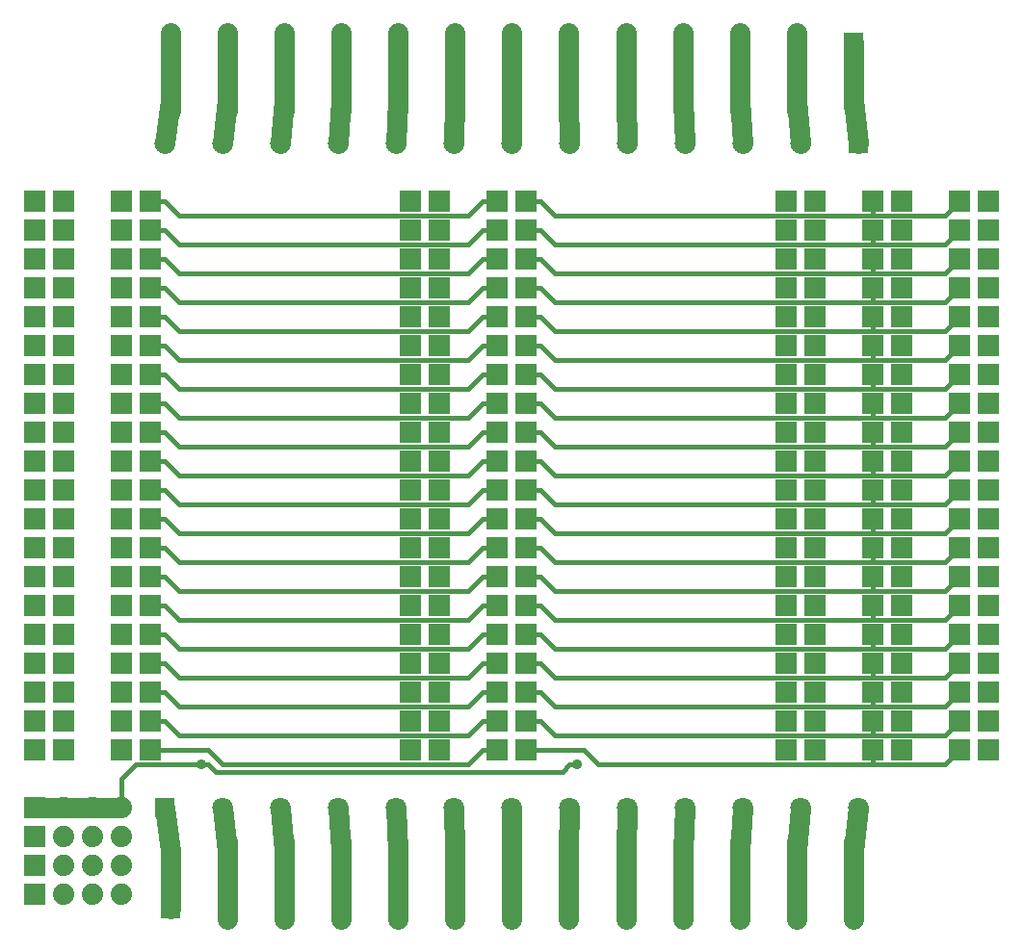
<source format=gbl>
G75*
%MOIN*%
%OFA0B0*%
%FSLAX25Y25*%
%IPPOS*%
%LPD*%
%AMOC8*
5,1,8,0,0,1.08239X$1,22.5*
%
%ADD10R,0.07400X0.07400*%
%ADD11C,0.07087*%
%ADD12R,0.07087X0.07087*%
%ADD13C,0.07087*%
%ADD14C,0.07400*%
%ADD15C,0.01600*%
%ADD16C,0.07000*%
%ADD17C,0.03543*%
D10*
X0018750Y0053650D03*
X0018750Y0063650D03*
X0018750Y0073650D03*
X0018750Y0083650D03*
X0018750Y0103650D03*
X0028750Y0103650D03*
X0028750Y0113650D03*
X0018750Y0113650D03*
X0018750Y0123650D03*
X0028750Y0123650D03*
X0028750Y0133650D03*
X0018750Y0133650D03*
X0018750Y0143650D03*
X0028750Y0143650D03*
X0028750Y0153650D03*
X0018750Y0153650D03*
X0018750Y0163650D03*
X0028750Y0163650D03*
X0028750Y0173650D03*
X0018750Y0173650D03*
X0018750Y0183650D03*
X0028750Y0183650D03*
X0028750Y0193650D03*
X0018750Y0193650D03*
X0018750Y0203650D03*
X0028750Y0203650D03*
X0028750Y0213650D03*
X0018750Y0213650D03*
X0018750Y0223650D03*
X0028750Y0223650D03*
X0028750Y0233650D03*
X0018750Y0233650D03*
X0018750Y0243650D03*
X0028750Y0243650D03*
X0028750Y0253650D03*
X0018750Y0253650D03*
X0018750Y0263650D03*
X0028750Y0263650D03*
X0028750Y0273650D03*
X0018750Y0273650D03*
X0018750Y0283650D03*
X0028750Y0283650D03*
X0028750Y0293650D03*
X0018750Y0293650D03*
X0048750Y0293650D03*
X0048750Y0283650D03*
X0058750Y0283650D03*
X0058750Y0293650D03*
X0058750Y0273650D03*
X0058750Y0263650D03*
X0058750Y0253650D03*
X0058750Y0243650D03*
X0058750Y0233650D03*
X0058750Y0223650D03*
X0058750Y0213650D03*
X0058750Y0203650D03*
X0058750Y0193650D03*
X0058750Y0183650D03*
X0058750Y0173650D03*
X0058750Y0163650D03*
X0058750Y0153650D03*
X0058750Y0143650D03*
X0058750Y0133650D03*
X0058750Y0123650D03*
X0058750Y0113650D03*
X0058750Y0103650D03*
X0048750Y0103650D03*
X0048750Y0113650D03*
X0048750Y0123650D03*
X0048750Y0133650D03*
X0048750Y0143650D03*
X0048750Y0153650D03*
X0048750Y0163650D03*
X0048750Y0173650D03*
X0048750Y0183650D03*
X0048750Y0193650D03*
X0048750Y0203650D03*
X0048750Y0213650D03*
X0048750Y0223650D03*
X0048750Y0233650D03*
X0048750Y0243650D03*
X0048750Y0253650D03*
X0048750Y0263650D03*
X0048750Y0273650D03*
X0148750Y0273650D03*
X0148750Y0263650D03*
X0158750Y0263650D03*
X0158750Y0273650D03*
X0158750Y0283650D03*
X0158750Y0293650D03*
X0148750Y0293650D03*
X0148750Y0283650D03*
X0178750Y0283650D03*
X0178750Y0293650D03*
X0188750Y0293650D03*
X0188750Y0283650D03*
X0188750Y0273650D03*
X0188750Y0263650D03*
X0188750Y0253650D03*
X0188750Y0243650D03*
X0188750Y0233650D03*
X0188750Y0223650D03*
X0188750Y0213650D03*
X0188750Y0203650D03*
X0188750Y0193650D03*
X0188750Y0183650D03*
X0188750Y0173650D03*
X0188750Y0163650D03*
X0188750Y0153650D03*
X0188750Y0143650D03*
X0188750Y0133650D03*
X0188750Y0123650D03*
X0188750Y0113650D03*
X0188750Y0103650D03*
X0178750Y0103650D03*
X0178750Y0113650D03*
X0178750Y0123650D03*
X0178750Y0133650D03*
X0178750Y0143650D03*
X0178750Y0153650D03*
X0178750Y0163650D03*
X0178750Y0173650D03*
X0178750Y0183650D03*
X0178750Y0193650D03*
X0178750Y0203650D03*
X0178750Y0213650D03*
X0178750Y0223650D03*
X0178750Y0233650D03*
X0178750Y0243650D03*
X0178750Y0253650D03*
X0178750Y0263650D03*
X0178750Y0273650D03*
X0158750Y0253650D03*
X0158750Y0243650D03*
X0158750Y0233650D03*
X0158750Y0223650D03*
X0158750Y0213650D03*
X0158750Y0203650D03*
X0158750Y0193650D03*
X0158750Y0183650D03*
X0158750Y0173650D03*
X0158750Y0163650D03*
X0158750Y0153650D03*
X0158750Y0143650D03*
X0158750Y0133650D03*
X0158750Y0123650D03*
X0158750Y0113650D03*
X0158750Y0103650D03*
X0148750Y0103650D03*
X0148750Y0113650D03*
X0148750Y0123650D03*
X0148750Y0133650D03*
X0148750Y0143650D03*
X0148750Y0153650D03*
X0148750Y0163650D03*
X0148750Y0173650D03*
X0148750Y0183650D03*
X0148750Y0193650D03*
X0148750Y0203650D03*
X0148750Y0213650D03*
X0148750Y0223650D03*
X0148750Y0233650D03*
X0148750Y0243650D03*
X0148750Y0253650D03*
X0278750Y0253650D03*
X0278750Y0243650D03*
X0288750Y0243650D03*
X0288750Y0253650D03*
X0288750Y0263650D03*
X0288750Y0273650D03*
X0288750Y0283650D03*
X0288750Y0293650D03*
X0278750Y0293650D03*
X0278750Y0283650D03*
X0278750Y0273650D03*
X0278750Y0263650D03*
X0278750Y0233650D03*
X0278750Y0223650D03*
X0288750Y0223650D03*
X0288750Y0233650D03*
X0288750Y0213650D03*
X0288750Y0203650D03*
X0288750Y0193650D03*
X0288750Y0183650D03*
X0288750Y0173650D03*
X0288750Y0163650D03*
X0288750Y0153650D03*
X0288750Y0143650D03*
X0288750Y0133650D03*
X0288750Y0123650D03*
X0288750Y0113650D03*
X0288750Y0103650D03*
X0278750Y0103650D03*
X0278750Y0113650D03*
X0278750Y0123650D03*
X0278750Y0133650D03*
X0278750Y0143650D03*
X0278750Y0153650D03*
X0278750Y0163650D03*
X0278750Y0173650D03*
X0278750Y0183650D03*
X0278750Y0193650D03*
X0278750Y0203650D03*
X0278750Y0213650D03*
X0308750Y0213650D03*
X0318750Y0213650D03*
X0318750Y0203650D03*
X0308750Y0203650D03*
X0308750Y0193650D03*
X0318750Y0193650D03*
X0318750Y0183650D03*
X0308750Y0183650D03*
X0308750Y0173650D03*
X0318750Y0173650D03*
X0318750Y0163650D03*
X0308750Y0163650D03*
X0308750Y0153650D03*
X0318750Y0153650D03*
X0318750Y0143650D03*
X0308750Y0143650D03*
X0308750Y0133650D03*
X0318750Y0133650D03*
X0318750Y0123650D03*
X0308750Y0123650D03*
X0308750Y0113650D03*
X0318750Y0113650D03*
X0318750Y0103650D03*
X0308750Y0103650D03*
X0338750Y0103650D03*
X0338750Y0113650D03*
X0348750Y0113650D03*
X0348750Y0103650D03*
X0348750Y0123650D03*
X0348750Y0133650D03*
X0348750Y0143650D03*
X0348750Y0153650D03*
X0348750Y0163650D03*
X0348750Y0173650D03*
X0348750Y0183650D03*
X0348750Y0193650D03*
X0348750Y0203650D03*
X0348750Y0213650D03*
X0348750Y0223650D03*
X0348750Y0233650D03*
X0348750Y0243650D03*
X0348750Y0253650D03*
X0348750Y0263650D03*
X0348750Y0273650D03*
X0348750Y0283650D03*
X0348750Y0293650D03*
X0338750Y0293650D03*
X0338750Y0283650D03*
X0338750Y0273650D03*
X0338750Y0263650D03*
X0338750Y0253650D03*
X0338750Y0243650D03*
X0338750Y0233650D03*
X0338750Y0223650D03*
X0338750Y0213650D03*
X0338750Y0203650D03*
X0338750Y0193650D03*
X0338750Y0183650D03*
X0338750Y0173650D03*
X0338750Y0163650D03*
X0338750Y0153650D03*
X0338750Y0143650D03*
X0338750Y0133650D03*
X0338750Y0123650D03*
X0318750Y0223650D03*
X0318750Y0233650D03*
X0308750Y0233650D03*
X0308750Y0223650D03*
X0308750Y0243650D03*
X0318750Y0243650D03*
X0318750Y0253650D03*
X0308750Y0253650D03*
X0308750Y0263650D03*
X0318750Y0263650D03*
X0318750Y0273650D03*
X0308750Y0273650D03*
X0308750Y0283650D03*
X0318750Y0283650D03*
X0318750Y0293650D03*
X0308750Y0293650D03*
D11*
X0282175Y0325107D02*
X0282175Y0332194D01*
X0282175Y0345107D02*
X0282175Y0352194D01*
X0262490Y0352194D02*
X0262490Y0345107D01*
X0262490Y0332194D02*
X0262490Y0325107D01*
X0242805Y0325107D02*
X0242805Y0332194D01*
X0242805Y0345107D02*
X0242805Y0352194D01*
X0223120Y0352194D02*
X0223120Y0345107D01*
X0223120Y0332194D02*
X0223120Y0325107D01*
X0203435Y0325107D02*
X0203435Y0332194D01*
X0203435Y0345107D02*
X0203435Y0352194D01*
X0183750Y0352194D02*
X0183750Y0345107D01*
X0183750Y0332194D02*
X0183750Y0325107D01*
X0164064Y0325107D02*
X0164064Y0332194D01*
X0164064Y0345107D02*
X0164064Y0352194D01*
X0144379Y0352194D02*
X0144379Y0345107D01*
X0144379Y0332194D02*
X0144379Y0325107D01*
X0124694Y0325107D02*
X0124694Y0332194D01*
X0124694Y0345107D02*
X0124694Y0352194D01*
X0105009Y0352194D02*
X0105009Y0345107D01*
X0105009Y0332194D02*
X0105009Y0325107D01*
X0085324Y0325107D02*
X0085324Y0332194D01*
X0085324Y0345107D02*
X0085324Y0352194D01*
X0065639Y0352194D02*
X0065639Y0345107D01*
X0065639Y0332194D02*
X0065639Y0325107D01*
X0085324Y0072194D02*
X0085324Y0065107D01*
X0085324Y0052194D02*
X0085324Y0045107D01*
X0105009Y0045107D02*
X0105009Y0052194D01*
X0105009Y0065107D02*
X0105009Y0072194D01*
X0124694Y0072194D02*
X0124694Y0065107D01*
X0124694Y0052194D02*
X0124694Y0045107D01*
X0144379Y0045107D02*
X0144379Y0052194D01*
X0144379Y0065107D02*
X0144379Y0072194D01*
X0164064Y0072194D02*
X0164064Y0065107D01*
X0164064Y0052194D02*
X0164064Y0045107D01*
X0183750Y0045107D02*
X0183750Y0052194D01*
X0183750Y0065107D02*
X0183750Y0072194D01*
X0203435Y0072194D02*
X0203435Y0065107D01*
X0203435Y0052194D02*
X0203435Y0045107D01*
X0223120Y0045107D02*
X0223120Y0052194D01*
X0223120Y0065107D02*
X0223120Y0072194D01*
X0242805Y0072194D02*
X0242805Y0065107D01*
X0242805Y0052194D02*
X0242805Y0045107D01*
X0262490Y0045107D02*
X0262490Y0052194D01*
X0262490Y0065107D02*
X0262490Y0072194D01*
X0282175Y0072194D02*
X0282175Y0065107D01*
X0282175Y0052194D02*
X0282175Y0045107D01*
X0301860Y0045107D02*
X0301860Y0052194D01*
X0301860Y0065107D02*
X0301860Y0072194D01*
D12*
X0303750Y0313650D03*
X0301860Y0328650D03*
X0301860Y0348650D03*
X0063750Y0083650D03*
X0065639Y0068650D03*
X0065639Y0048650D03*
D13*
X0083750Y0083650D03*
X0103750Y0083650D03*
X0123750Y0083650D03*
X0143750Y0083650D03*
X0163750Y0083650D03*
X0183750Y0083650D03*
X0203750Y0083650D03*
X0223750Y0083650D03*
X0243750Y0083650D03*
X0263750Y0083650D03*
X0283750Y0083650D03*
X0303750Y0083650D03*
X0283750Y0313650D03*
X0263750Y0313650D03*
X0243750Y0313650D03*
X0223750Y0313650D03*
X0203750Y0313650D03*
X0183750Y0313650D03*
X0163750Y0313650D03*
X0143750Y0313650D03*
X0123750Y0313650D03*
X0103750Y0313650D03*
X0083750Y0313650D03*
X0063750Y0313650D03*
D14*
X0048750Y0083650D03*
X0048750Y0073650D03*
X0048750Y0063650D03*
X0048750Y0053650D03*
X0038750Y0053650D03*
X0038750Y0063650D03*
X0038750Y0073650D03*
X0038750Y0083650D03*
X0028750Y0083650D03*
X0028750Y0073650D03*
X0028750Y0063650D03*
X0028750Y0053650D03*
D15*
X0048750Y0083650D02*
X0048750Y0093650D01*
X0053750Y0098650D01*
X0076250Y0098650D01*
X0078750Y0098650D01*
X0081250Y0096150D01*
X0201250Y0096150D01*
X0203750Y0098650D01*
X0206250Y0098650D01*
X0208750Y0103650D02*
X0213750Y0098650D01*
X0308750Y0098650D01*
X0308750Y0103650D01*
X0308750Y0108650D02*
X0308750Y0113650D01*
X0308750Y0108650D02*
X0333750Y0108650D01*
X0338750Y0113650D01*
X0333750Y0118650D02*
X0338750Y0123650D01*
X0333750Y0118650D02*
X0308750Y0118650D01*
X0308750Y0123650D01*
X0308750Y0128650D02*
X0308750Y0133650D01*
X0308750Y0128650D02*
X0333750Y0128650D01*
X0338750Y0133650D01*
X0333750Y0138650D02*
X0338750Y0143650D01*
X0333750Y0138650D02*
X0308750Y0138650D01*
X0308750Y0143650D01*
X0308750Y0148650D02*
X0308750Y0153650D01*
X0308750Y0148650D02*
X0333750Y0148650D01*
X0338750Y0153650D01*
X0333750Y0158650D02*
X0338750Y0163650D01*
X0333750Y0158650D02*
X0308750Y0158650D01*
X0308750Y0163650D01*
X0308750Y0168650D02*
X0308750Y0173650D01*
X0308750Y0168650D02*
X0333750Y0168650D01*
X0338750Y0173650D01*
X0333750Y0178650D02*
X0338750Y0183650D01*
X0333750Y0178650D02*
X0308750Y0178650D01*
X0308750Y0183650D01*
X0308750Y0188650D02*
X0308750Y0193650D01*
X0308750Y0188650D02*
X0333750Y0188650D01*
X0338750Y0193650D01*
X0333750Y0198650D02*
X0338750Y0203650D01*
X0333750Y0198650D02*
X0308750Y0198650D01*
X0308750Y0203650D01*
X0308750Y0198650D02*
X0198750Y0198650D01*
X0193750Y0203650D01*
X0188750Y0203650D01*
X0188750Y0213650D02*
X0193750Y0213650D01*
X0198750Y0208650D01*
X0308750Y0208650D01*
X0308750Y0213650D01*
X0308750Y0208650D02*
X0333750Y0208650D01*
X0338750Y0213650D01*
X0333750Y0218650D02*
X0338750Y0223650D01*
X0333750Y0218650D02*
X0308750Y0218650D01*
X0308750Y0223650D01*
X0308750Y0218650D02*
X0198750Y0218650D01*
X0193750Y0223650D01*
X0188750Y0223650D01*
X0188750Y0233650D02*
X0193750Y0233650D01*
X0198750Y0228650D01*
X0308750Y0228650D01*
X0308750Y0233650D01*
X0308750Y0228650D02*
X0333750Y0228650D01*
X0338750Y0233650D01*
X0333750Y0238650D02*
X0338750Y0243650D01*
X0333750Y0238650D02*
X0308750Y0238650D01*
X0308750Y0243650D01*
X0308750Y0238650D02*
X0198750Y0238650D01*
X0193750Y0243650D01*
X0188750Y0243650D01*
X0188750Y0253650D02*
X0193750Y0253650D01*
X0198750Y0248650D01*
X0308750Y0248650D01*
X0308750Y0253650D01*
X0308750Y0248650D02*
X0333750Y0248650D01*
X0338750Y0253650D01*
X0333750Y0258650D02*
X0338750Y0263650D01*
X0333750Y0258650D02*
X0308750Y0258650D01*
X0308750Y0263650D01*
X0308750Y0258650D02*
X0198750Y0258650D01*
X0193750Y0263650D01*
X0188750Y0263650D01*
X0188750Y0273650D02*
X0193750Y0273650D01*
X0198750Y0268650D01*
X0308750Y0268650D01*
X0308750Y0273650D01*
X0308750Y0268650D02*
X0333750Y0268650D01*
X0338750Y0273650D01*
X0333750Y0278650D02*
X0338750Y0283650D01*
X0333750Y0278650D02*
X0308750Y0278650D01*
X0308750Y0283650D01*
X0308750Y0278650D02*
X0198750Y0278650D01*
X0193750Y0283650D01*
X0188750Y0283650D01*
X0188750Y0293650D02*
X0193750Y0293650D01*
X0198750Y0288650D01*
X0308750Y0288650D01*
X0308750Y0293650D01*
X0308750Y0288650D02*
X0333750Y0288650D01*
X0338750Y0293650D01*
X0308750Y0188650D02*
X0198750Y0188650D01*
X0193750Y0193650D01*
X0188750Y0193650D01*
X0188750Y0183650D02*
X0193750Y0183650D01*
X0198750Y0178650D01*
X0308750Y0178650D01*
X0308750Y0168650D02*
X0198750Y0168650D01*
X0193750Y0173650D01*
X0188750Y0173650D01*
X0188750Y0163650D02*
X0193750Y0163650D01*
X0198750Y0158650D01*
X0308750Y0158650D01*
X0308750Y0148650D02*
X0198750Y0148650D01*
X0193750Y0153650D01*
X0188750Y0153650D01*
X0188750Y0143650D02*
X0193750Y0143650D01*
X0198750Y0138650D01*
X0308750Y0138650D01*
X0308750Y0128650D02*
X0198750Y0128650D01*
X0193750Y0133650D01*
X0188750Y0133650D01*
X0188750Y0123650D02*
X0193750Y0123650D01*
X0198750Y0118650D01*
X0308750Y0118650D01*
X0308750Y0108650D02*
X0198750Y0108650D01*
X0193750Y0113650D01*
X0188750Y0113650D01*
X0188750Y0103650D02*
X0208750Y0103650D01*
X0178750Y0103650D02*
X0173750Y0103650D01*
X0168750Y0098650D01*
X0083750Y0098650D01*
X0078750Y0103650D01*
X0058750Y0103650D01*
X0058750Y0113650D02*
X0063750Y0113650D01*
X0068750Y0108650D01*
X0168750Y0108650D01*
X0173750Y0113650D01*
X0178750Y0113650D01*
X0178750Y0123650D02*
X0173750Y0123650D01*
X0168750Y0118650D01*
X0068750Y0118650D01*
X0063750Y0123650D01*
X0058750Y0123650D01*
X0058750Y0133650D02*
X0063750Y0133650D01*
X0068750Y0128650D01*
X0168750Y0128650D01*
X0173750Y0133650D01*
X0178750Y0133650D01*
X0178750Y0143650D02*
X0173750Y0143650D01*
X0168750Y0138650D01*
X0068750Y0138650D01*
X0063750Y0143650D01*
X0058750Y0143650D01*
X0058750Y0153650D02*
X0063750Y0153650D01*
X0068750Y0148650D01*
X0168750Y0148650D01*
X0173750Y0153650D01*
X0178750Y0153650D01*
X0178750Y0163650D02*
X0173750Y0163650D01*
X0168750Y0158650D01*
X0068750Y0158650D01*
X0063750Y0163650D01*
X0058750Y0163650D01*
X0058750Y0173650D02*
X0063750Y0173650D01*
X0068750Y0168650D01*
X0168750Y0168650D01*
X0173750Y0173650D01*
X0178750Y0173650D01*
X0178750Y0183650D02*
X0173750Y0183650D01*
X0168750Y0178650D01*
X0068750Y0178650D01*
X0063750Y0183650D01*
X0058750Y0183650D01*
X0058750Y0193650D02*
X0063750Y0193650D01*
X0068750Y0188650D01*
X0168750Y0188650D01*
X0173750Y0193650D01*
X0178750Y0193650D01*
X0178750Y0203650D02*
X0173750Y0203650D01*
X0168750Y0198650D01*
X0068750Y0198650D01*
X0063750Y0203650D01*
X0058750Y0203650D01*
X0058750Y0213650D02*
X0063750Y0213650D01*
X0068750Y0208650D01*
X0168750Y0208650D01*
X0173750Y0213650D01*
X0178750Y0213650D01*
X0178750Y0223650D02*
X0173750Y0223650D01*
X0168750Y0218650D01*
X0068750Y0218650D01*
X0063750Y0223650D01*
X0058750Y0223650D01*
X0058750Y0233650D02*
X0063750Y0233650D01*
X0068750Y0228650D01*
X0168750Y0228650D01*
X0173750Y0233650D01*
X0178750Y0233650D01*
X0178750Y0243650D02*
X0173750Y0243650D01*
X0168750Y0238650D01*
X0068750Y0238650D01*
X0063750Y0243650D01*
X0058750Y0243650D01*
X0058750Y0253650D02*
X0063750Y0253650D01*
X0068750Y0248650D01*
X0168750Y0248650D01*
X0173750Y0253650D01*
X0178750Y0253650D01*
X0178750Y0263650D02*
X0173750Y0263650D01*
X0168750Y0258650D01*
X0068750Y0258650D01*
X0063750Y0263650D01*
X0058750Y0263650D01*
X0058750Y0273650D02*
X0063750Y0273650D01*
X0068750Y0268650D01*
X0168750Y0268650D01*
X0173750Y0273650D01*
X0178750Y0273650D01*
X0178750Y0283650D02*
X0173750Y0283650D01*
X0168750Y0278650D01*
X0068750Y0278650D01*
X0063750Y0283650D01*
X0058750Y0283650D01*
X0058750Y0293650D02*
X0063750Y0293650D01*
X0068750Y0288650D01*
X0168750Y0288650D01*
X0173750Y0293650D01*
X0178750Y0293650D01*
X0338750Y0103650D02*
X0333750Y0098650D01*
X0308750Y0098650D01*
D16*
X0303750Y0083650D02*
X0301860Y0068650D01*
X0301860Y0048650D01*
X0282175Y0048650D02*
X0282175Y0068650D01*
X0283750Y0083650D01*
X0263750Y0083650D02*
X0262490Y0068650D01*
X0262490Y0048650D01*
X0242805Y0048650D02*
X0242805Y0068650D01*
X0243750Y0083650D01*
X0223750Y0083650D02*
X0223120Y0068650D01*
X0223120Y0048650D01*
X0203435Y0048650D02*
X0203435Y0068650D01*
X0203750Y0083650D01*
X0183750Y0083650D02*
X0183750Y0068650D01*
X0183750Y0048650D01*
X0164064Y0048650D02*
X0164064Y0068650D01*
X0163750Y0083650D01*
X0143750Y0083650D02*
X0144379Y0068650D01*
X0144379Y0048650D01*
X0124694Y0048650D02*
X0124694Y0068650D01*
X0123750Y0083650D01*
X0103750Y0083650D02*
X0105009Y0068650D01*
X0105009Y0048650D01*
X0085324Y0048650D02*
X0085324Y0068650D01*
X0083750Y0083650D01*
X0063750Y0083650D02*
X0065639Y0068650D01*
X0065639Y0048650D01*
X0048750Y0083650D02*
X0038750Y0083650D01*
X0028750Y0083650D01*
X0018750Y0083650D01*
X0063750Y0313650D02*
X0065639Y0328650D01*
X0065639Y0348650D01*
X0085324Y0348650D02*
X0085324Y0328650D01*
X0083750Y0313650D01*
X0103750Y0313650D02*
X0105009Y0328650D01*
X0105009Y0348650D01*
X0124694Y0348650D02*
X0124694Y0328650D01*
X0123750Y0313650D01*
X0143750Y0313650D02*
X0144379Y0328650D01*
X0144379Y0348650D01*
X0164064Y0348650D02*
X0164064Y0328650D01*
X0163750Y0313650D01*
X0183750Y0313650D02*
X0183750Y0328650D01*
X0183750Y0348650D01*
X0203435Y0348650D02*
X0203435Y0328650D01*
X0203750Y0313650D01*
X0223750Y0313650D02*
X0223120Y0328650D01*
X0223120Y0348650D01*
X0242805Y0348650D02*
X0242805Y0328650D01*
X0243750Y0313650D01*
X0263750Y0313650D02*
X0262490Y0328650D01*
X0262490Y0348650D01*
X0282175Y0348650D02*
X0282175Y0328650D01*
X0283750Y0313650D01*
X0303750Y0313650D02*
X0301860Y0328650D01*
X0301860Y0348650D01*
D17*
X0206250Y0098650D03*
X0076250Y0098650D03*
M02*

</source>
